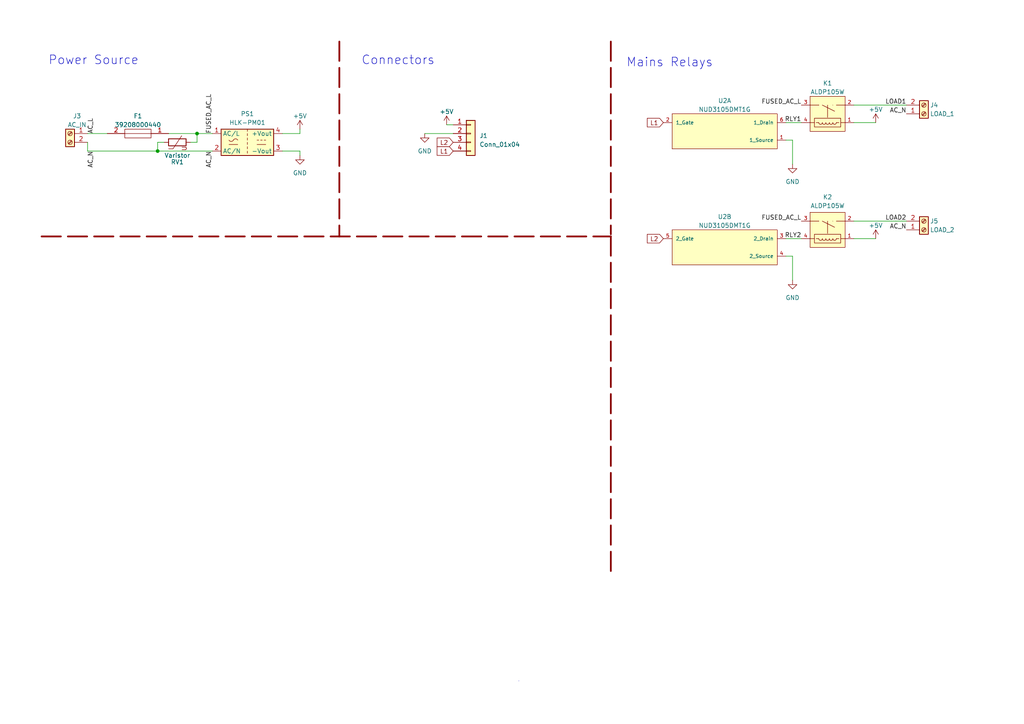
<source format=kicad_sch>
(kicad_sch (version 20210406) (generator eeschema)

  (uuid dcfb3f3d-2615-405e-b351-a32ac4e0bf3e)

  (paper "A4")

  (lib_symbols
    (symbol "Connector:Screw_Terminal_01x02" (pin_names (offset 1.016) hide) (in_bom yes) (on_board yes)
      (property "Reference" "J" (id 0) (at 0 2.54 0)
        (effects (font (size 1.27 1.27)))
      )
      (property "Value" "Screw_Terminal_01x02" (id 1) (at 0 -5.08 0)
        (effects (font (size 1.27 1.27)))
      )
      (property "Footprint" "" (id 2) (at 0 0 0)
        (effects (font (size 1.27 1.27)) hide)
      )
      (property "Datasheet" "~" (id 3) (at 0 0 0)
        (effects (font (size 1.27 1.27)) hide)
      )
      (property "ki_keywords" "screw terminal" (id 4) (at 0 0 0)
        (effects (font (size 1.27 1.27)) hide)
      )
      (property "ki_description" "Generic screw terminal, single row, 01x02, script generated (kicad-library-utils/schlib/autogen/connector/)" (id 5) (at 0 0 0)
        (effects (font (size 1.27 1.27)) hide)
      )
      (property "ki_fp_filters" "TerminalBlock*:*" (id 6) (at 0 0 0)
        (effects (font (size 1.27 1.27)) hide)
      )
      (symbol "Screw_Terminal_01x02_1_1"
        (circle (center 0 -2.54) (radius 0.635) (stroke (width 0.1524)) (fill (type none)))
        (circle (center 0 0) (radius 0.635) (stroke (width 0.1524)) (fill (type none)))
        (rectangle (start -1.27 1.27) (end 1.27 -3.81)
          (stroke (width 0.254)) (fill (type background))
        )
        (polyline
          (pts
            (xy -0.5334 -2.2098)
            (xy 0.3302 -3.048)
          )
          (stroke (width 0.1524)) (fill (type none))
        )
        (polyline
          (pts
            (xy -0.5334 0.3302)
            (xy 0.3302 -0.508)
          )
          (stroke (width 0.1524)) (fill (type none))
        )
        (polyline
          (pts
            (xy -0.3556 -2.032)
            (xy 0.508 -2.8702)
          )
          (stroke (width 0.1524)) (fill (type none))
        )
        (polyline
          (pts
            (xy -0.3556 0.508)
            (xy 0.508 -0.3302)
          )
          (stroke (width 0.1524)) (fill (type none))
        )
        (pin passive line (at -5.08 0 0) (length 3.81)
          (name "Pin_1" (effects (font (size 1.27 1.27))))
          (number "1" (effects (font (size 1.27 1.27))))
        )
        (pin passive line (at -5.08 -2.54 0) (length 3.81)
          (name "Pin_2" (effects (font (size 1.27 1.27))))
          (number "2" (effects (font (size 1.27 1.27))))
        )
      )
    )
    (symbol "Connector_Generic:Conn_01x04" (pin_names (offset 1.016) hide) (in_bom yes) (on_board yes)
      (property "Reference" "J" (id 0) (at 0 5.08 0)
        (effects (font (size 1.27 1.27)))
      )
      (property "Value" "Conn_01x04" (id 1) (at 0 -7.62 0)
        (effects (font (size 1.27 1.27)))
      )
      (property "Footprint" "" (id 2) (at 0 0 0)
        (effects (font (size 1.27 1.27)) hide)
      )
      (property "Datasheet" "~" (id 3) (at 0 0 0)
        (effects (font (size 1.27 1.27)) hide)
      )
      (property "ki_keywords" "connector" (id 4) (at 0 0 0)
        (effects (font (size 1.27 1.27)) hide)
      )
      (property "ki_description" "Generic connector, single row, 01x04, script generated (kicad-library-utils/schlib/autogen/connector/)" (id 5) (at 0 0 0)
        (effects (font (size 1.27 1.27)) hide)
      )
      (property "ki_fp_filters" "Connector*:*_1x??_*" (id 6) (at 0 0 0)
        (effects (font (size 1.27 1.27)) hide)
      )
      (symbol "Conn_01x04_1_1"
        (rectangle (start -1.27 -4.953) (end 0 -5.207)
          (stroke (width 0.1524)) (fill (type none))
        )
        (rectangle (start -1.27 -2.413) (end 0 -2.667)
          (stroke (width 0.1524)) (fill (type none))
        )
        (rectangle (start -1.27 0.127) (end 0 -0.127)
          (stroke (width 0.1524)) (fill (type none))
        )
        (rectangle (start -1.27 2.667) (end 0 2.413)
          (stroke (width 0.1524)) (fill (type none))
        )
        (rectangle (start -1.27 3.81) (end 1.27 -6.35)
          (stroke (width 0.254)) (fill (type background))
        )
        (pin passive line (at -5.08 2.54 0) (length 3.81)
          (name "Pin_1" (effects (font (size 1.27 1.27))))
          (number "1" (effects (font (size 1.27 1.27))))
        )
        (pin passive line (at -5.08 0 0) (length 3.81)
          (name "Pin_2" (effects (font (size 1.27 1.27))))
          (number "2" (effects (font (size 1.27 1.27))))
        )
        (pin passive line (at -5.08 -2.54 0) (length 3.81)
          (name "Pin_3" (effects (font (size 1.27 1.27))))
          (number "3" (effects (font (size 1.27 1.27))))
        )
        (pin passive line (at -5.08 -5.08 0) (length 3.81)
          (name "Pin_4" (effects (font (size 1.27 1.27))))
          (number "4" (effects (font (size 1.27 1.27))))
        )
      )
    )
    (symbol "Converter_ACDC:HLK-PM01" (in_bom yes) (on_board yes)
      (property "Reference" "PS1" (id 0) (at 0 8.255 0)
        (effects (font (size 1.27 1.27)))
      )
      (property "Value" "HLK-PM01" (id 1) (at 0 5.715 0)
        (effects (font (size 1.27 1.27)))
      )
      (property "Footprint" "Converter_ACDC:Converter_ACDC_HiLink_HLK-PMxx" (id 2) (at 0 -7.62 0)
        (effects (font (size 1.27 1.27)) hide)
      )
      (property "Datasheet" "http://www.hlktech.net/product_detail.php?ProId=54" (id 3) (at 10.16 -8.89 0)
        (effects (font (size 1.27 1.27)) hide)
      )
      (property "ki_keywords" "AC/DC module power supply" (id 4) (at 0 0 0)
        (effects (font (size 1.27 1.27)) hide)
      )
      (property "ki_description" "Compact AC/DC board mount power module 3W 5V" (id 5) (at 0 0 0)
        (effects (font (size 1.27 1.27)) hide)
      )
      (property "ki_fp_filters" "Converter*ACDC*HiLink*HLK?PM*" (id 6) (at 0 0 0)
        (effects (font (size 1.27 1.27)) hide)
      )
      (symbol "HLK-PM01_0_1"
        (arc (start -5.334 0.635) (end -4.064 0.635) (radius (at -4.699 0.9652) (length 0.7112) (angles -152.5 -27.5))
          (stroke (width 0)) (fill (type none))
        )
        (arc (start -2.794 0.635) (end -4.064 0.635) (radius (at -3.429 0.2794) (length 0.7366) (angles 29.2 150.8))
          (stroke (width 0)) (fill (type none))
        )
        (rectangle (start -7.62 3.81) (end 7.62 -3.81)
          (stroke (width 0.254)) (fill (type background))
        )
        (polyline
          (pts
            (xy -5.334 -0.635)
            (xy -2.794 -0.635)
          )
          (stroke (width 0)) (fill (type none))
        )
        (polyline
          (pts
            (xy 0 -2.54)
            (xy 0 -3.175)
          )
          (stroke (width 0)) (fill (type none))
        )
        (polyline
          (pts
            (xy 0 -1.27)
            (xy 0 -1.905)
          )
          (stroke (width 0)) (fill (type none))
        )
        (polyline
          (pts
            (xy 0 0)
            (xy 0 -0.635)
          )
          (stroke (width 0)) (fill (type none))
        )
        (polyline
          (pts
            (xy 0 1.27)
            (xy 0 0.635)
          )
          (stroke (width 0)) (fill (type none))
        )
        (polyline
          (pts
            (xy 0 2.54)
            (xy 0 1.905)
          )
          (stroke (width 0)) (fill (type none))
        )
        (polyline
          (pts
            (xy 0 3.81)
            (xy 0 3.175)
          )
          (stroke (width 0)) (fill (type none))
        )
        (polyline
          (pts
            (xy 2.794 -0.635)
            (xy 5.334 -0.635)
          )
          (stroke (width 0)) (fill (type none))
        )
        (polyline
          (pts
            (xy 2.794 0.635)
            (xy 3.302 0.635)
          )
          (stroke (width 0)) (fill (type none))
        )
        (polyline
          (pts
            (xy 3.81 0.635)
            (xy 4.318 0.635)
          )
          (stroke (width 0)) (fill (type none))
        )
        (polyline
          (pts
            (xy 4.826 0.635)
            (xy 5.334 0.635)
          )
          (stroke (width 0)) (fill (type none))
        )
      )
      (symbol "HLK-PM01_1_1"
        (pin power_in line (at -10.16 2.54 0) (length 2.54)
          (name "AC/L" (effects (font (size 1.27 1.27))))
          (number "1" (effects (font (size 1.27 1.27))))
        )
        (pin power_in line (at -10.16 -2.54 0) (length 2.54)
          (name "AC/N" (effects (font (size 1.27 1.27))))
          (number "2" (effects (font (size 1.27 1.27))))
        )
        (pin passive line (at 10.16 -2.54 180) (length 2.54)
          (name "-Vout" (effects (font (size 1.27 1.27))))
          (number "3" (effects (font (size 1.27 1.27))))
        )
        (pin power_out line (at 10.16 2.54 180) (length 2.54)
          (name "+Vout" (effects (font (size 1.27 1.27))))
          (number "4" (effects (font (size 1.27 1.27))))
        )
      )
    )
    (symbol "Device:Varistor" (pin_numbers hide) (pin_names (offset 0)) (in_bom yes) (on_board yes)
      (property "Reference" "RV" (id 0) (at 3.175 0 90)
        (effects (font (size 1.27 1.27)))
      )
      (property "Value" "Varistor" (id 1) (at -3.175 0 90)
        (effects (font (size 1.27 1.27)))
      )
      (property "Footprint" "" (id 2) (at -1.778 0 90)
        (effects (font (size 1.27 1.27)) hide)
      )
      (property "Datasheet" "~" (id 3) (at 0 0 0)
        (effects (font (size 1.27 1.27)) hide)
      )
      (property "ki_keywords" "VDR resistance" (id 4) (at 0 0 0)
        (effects (font (size 1.27 1.27)) hide)
      )
      (property "ki_description" "Voltage dependent resistor" (id 5) (at 0 0 0)
        (effects (font (size 1.27 1.27)) hide)
      )
      (property "ki_fp_filters" "RV_* Varistor*" (id 6) (at 0 0 0)
        (effects (font (size 1.27 1.27)) hide)
      )
      (symbol "Varistor_0_0"
        (text "U" (at -1.778 -2.032 0)
          (effects (font (size 1.27 1.27)))
        )
      )
      (symbol "Varistor_0_1"
        (rectangle (start -1.016 -2.54) (end 1.016 2.54)
          (stroke (width 0.254)) (fill (type none))
        )
        (polyline
          (pts
            (xy -1.905 2.54)
            (xy -1.905 1.27)
            (xy 1.905 -1.27)
          )
          (stroke (width 0)) (fill (type none))
        )
      )
      (symbol "Varistor_1_1"
        (pin passive line (at 0 3.81 270) (length 1.27)
          (name "~" (effects (font (size 1.27 1.27))))
          (number "1" (effects (font (size 1.27 1.27))))
        )
        (pin passive line (at 0 -3.81 90) (length 1.27)
          (name "~" (effects (font (size 1.27 1.27))))
          (number "2" (effects (font (size 1.27 1.27))))
        )
      )
    )
    (symbol "Reptile_Monitor:ALDP105W" (pin_names (offset 1.016)) (in_bom yes) (on_board yes)
      (property "Reference" "K" (id 0) (at 0 5.08 0)
        (effects (font (size 1.27 1.27)) (justify left))
      )
      (property "Value" "ALDP105W" (id 1) (at 0 7.62 0)
        (effects (font (size 1.27 1.27)) (justify left))
      )
      (property "Footprint" "Panasonic-ALDP105W-*" (id 2) (at 0 10.16 0)
        (effects (font (size 1.27 1.27)) (justify left) hide)
      )
      (property "Datasheet" "http://www3.panasonic.biz/ac/e_download/control/relay/power/catalog/mech_eng_ldp.pdf?f_cd=300242" (id 3) (at 0 12.7 0)
        (effects (font (size 1.27 1.27)) (justify left) hide)
      )
      (property "Coil Voltage" "5 V" (id 4) (at 0 15.24 0)
        (effects (font (size 1.27 1.27)) (justify left) hide)
      )
      (property "Component Link 1 Description" "Manufacturer URL" (id 5) (at 0 17.78 0)
        (effects (font (size 1.27 1.27)) (justify left) hide)
      )
      (property "Component Link 1 URL" "http://www3.panasonic.biz/ac/ae/index.jsp" (id 6) (at 0 20.32 0)
        (effects (font (size 1.27 1.27)) (justify left) hide)
      )
      (property "Component Link 3 Description" "Package Specification" (id 7) (at 0 22.86 0)
        (effects (font (size 1.27 1.27)) (justify left) hide)
      )
      (property "Component Link 3 URL" "http://www3.panasonic.biz/ac/e_download/control/relay/power/catalog/mech_eng_ldp.pdf?f_cd=300242" (id 8) (at 0 25.4 0)
        (effects (font (size 1.27 1.27)) (justify left) hide)
      )
      (property "Datasheet Version" "201402-T" (id 9) (at 0 27.94 0)
        (effects (font (size 1.27 1.27)) (justify left) hide)
      )
      (property "Electrical Life" "2x10^5" (id 10) (at 0 30.48 0)
        (effects (font (size 1.27 1.27)) (justify left) hide)
      )
      (property "Max Switching Current" "5 A AC, 3 A DC" (id 11) (at 0 33.02 0)
        (effects (font (size 1.27 1.27)) (justify left) hide)
      )
      (property "Max Switching Voltage" "277 V AC, 30 V DC" (id 12) (at 0 35.56 0)
        (effects (font (size 1.27 1.27)) (justify left) hide)
      )
      (property "Mechanical LifeMinoperation" "5x10^6" (id 13) (at 0 38.1 0)
        (effects (font (size 1.27 1.27)) (justify left) hide)
      )
      (property "Mounting Technology" "Through Hole" (id 14) (at 0 40.64 0)
        (effects (font (size 1.27 1.27)) (justify left) hide)
      )
      (property "Nominal Operating Power" "200 mW" (id 15) (at 0 43.18 0)
        (effects (font (size 1.27 1.27)) (justify left) hide)
      )
      (property "Package Description" "4-Pin Through Hole Terminal Package, Body 20.5 x 7.2 mm" (id 16) (at 0 45.72 0)
        (effects (font (size 1.27 1.27)) (justify left) hide)
      )
      (property "Package Version" "ASCTB193E, 02/2014" (id 17) (at 0 48.26 0)
        (effects (font (size 1.27 1.27)) (justify left) hide)
      )
      (property "Packing" "Carton, Case" (id 18) (at 0 50.8 0)
        (effects (font (size 1.27 1.27)) (justify left) hide)
      )
      (property "Pb  Free" "true" (id 19) (at 0 53.34 0)
        (effects (font (size 1.27 1.27)) (justify left) hide)
      )
      (property "Series" "LD-P Relays" (id 20) (at 0 55.88 0)
        (effects (font (size 1.27 1.27)) (justify left) hide)
      )
      (property "category" "Relay" (id 21) (at 0 58.42 0)
        (effects (font (size 1.27 1.27)) (justify left) hide)
      )
      (property "ciiva ids" "4356012" (id 22) (at 0 60.96 0)
        (effects (font (size 1.27 1.27)) (justify left) hide)
      )
      (property "library id" "54a375f99aeb0b2c" (id 23) (at 0 63.5 0)
        (effects (font (size 1.27 1.27)) (justify left) hide)
      )
      (property "manufacturer" "Panasonic" (id 24) (at 0 66.04 0)
        (effects (font (size 1.27 1.27)) (justify left) hide)
      )
      (property "package" "LD-P-4-2050x720x1530" (id 25) (at 0 68.58 0)
        (effects (font (size 1.27 1.27)) (justify left) hide)
      )
      (property "release date" "1421726836" (id 26) (at 0 71.12 0)
        (effects (font (size 1.27 1.27)) (justify left) hide)
      )
      (property "vault revision" "454ADD16-59C6-4D2E-B291-852216FCC6FE" (id 27) (at 0 73.66 0)
        (effects (font (size 1.27 1.27)) (justify left) hide)
      )
      (property "imported" "yes" (id 28) (at 0 76.2 0)
        (effects (font (size 1.27 1.27)) (justify left) hide)
      )
      (property "ki_locked" "" (id 29) (at 0 0 0)
        (effects (font (size 1.27 1.27)))
      )
      (symbol "ALDP105W_1_1"
        (arc (start 8.636 -5.08) (end 8.636 -5.08) (radius (at 8.128 -5.08) (length 0.508) (angles 0 0))
          (stroke (width 0)) (fill (type none))
        )
        (arc (start 8.636 0) (end 7.62 0) (radius (at 8.128 0) (length 0.508) (angles 0 179.9))
          (stroke (width 0)) (fill (type none))
        )
        (arc (start 9.652 0) (end 8.636 0) (radius (at 9.144 0) (length 0.508) (angles 0 179.9))
          (stroke (width 0)) (fill (type none))
        )
        (arc (start 10.668 0) (end 9.652 0) (radius (at 10.16 0) (length 0.508) (angles 0 179.9))
          (stroke (width 0)) (fill (type none))
        )
        (arc (start 11.684 0) (end 10.668 0) (radius (at 11.176 0) (length 0.508) (angles 0 179.9))
          (stroke (width 0)) (fill (type none))
        )
        (arc (start 12.7 -5.08) (end 12.7 -5.08) (radius (at 12.192 -5.08) (length 0.508) (angles 0 0))
          (stroke (width 0)) (fill (type none))
        )
        (arc (start 12.7 0) (end 11.684 0) (radius (at 12.192 0) (length 0.508) (angles 0 179.9))
          (stroke (width 0)) (fill (type none))
        )
        (rectangle (start 5.08 2.54) (end 15.24 -7.62)
          (stroke (width 0)) (fill (type background))
        )
        (rectangle (start 6.35 1.27) (end 13.97 -1.27)
          (stroke (width 0)) (fill (type background))
        )
        (polyline
          (pts
            (xy 5.08 0)
            (xy 6.35 0)
          )
          (stroke (width 0)) (fill (type none))
        )
        (polyline
          (pts
            (xy 6.858 0)
            (xy 7.62 0)
          )
          (stroke (width 0)) (fill (type none))
        )
        (polyline
          (pts
            (xy 7.62 -5.08)
            (xy 5.08 -5.08)
          )
          (stroke (width 0)) (fill (type none))
        )
        (polyline
          (pts
            (xy 8.128 -3.302)
            (xy 11.684 -5.08)
          )
          (stroke (width 0)) (fill (type none))
        )
        (polyline
          (pts
            (xy 10.16 -1.524)
            (xy 10.16 -5.08)
          )
          (stroke (width 0)) (fill (type none))
        )
        (polyline
          (pts
            (xy 12.7 -5.08)
            (xy 15.24 -5.08)
          )
          (stroke (width 0)) (fill (type none))
        )
        (polyline
          (pts
            (xy 12.7 0)
            (xy 13.462 0)
          )
          (stroke (width 0)) (fill (type none))
        )
        (polyline
          (pts
            (xy 13.97 0)
            (xy 15.24 0)
          )
          (stroke (width 0)) (fill (type none))
        )
        (pin passive line (at 2.54 0 0) (length 2.54)
          (name "1" (effects (font (size 0 0))))
          (number "1" (effects (font (size 1.016 1.016))))
        )
        (pin passive line (at 2.54 -5.08 0) (length 2.54)
          (name "NO" (effects (font (size 0 0))))
          (number "2" (effects (font (size 1.016 1.016))))
        )
        (pin passive line (at 17.78 -5.08 180) (length 2.54)
          (name "COM" (effects (font (size 0 0))))
          (number "3" (effects (font (size 1.016 1.016))))
        )
        (pin passive line (at 17.78 0 180) (length 2.54)
          (name "4" (effects (font (size 0 0))))
          (number "4" (effects (font (size 1.016 1.016))))
        )
      )
    )
    (symbol "Reptile_Monitor:NUD3105DMT1G" (pin_names (offset 1.016)) (in_bom yes) (on_board yes)
      (property "Reference" "U" (id 0) (at 0 5.08 0)
        (effects (font (size 1.27 1.27)) (justify left))
      )
      (property "Value" "NUD3105DMT1G" (id 1) (at 0 7.62 0)
        (effects (font (size 1.27 1.27)) (justify left))
      )
      (property "Footprint" "ON_Semi-318F-0-0-*" (id 2) (at 0 10.16 0)
        (effects (font (size 1.27 1.27)) (justify left) hide)
      )
      (property "Datasheet" "http://www.onsemi.com/pub_link/Collateral/NUD3105D-D.PDF" (id 3) (at 0 12.7 0)
        (effects (font (size 1.27 1.27)) (justify left) hide)
      )
      (property "Current - Output (Max)" "300mA" (id 4) (at 0 15.24 0)
        (effects (font (size 1.27 1.27)) (justify left) hide)
      )
      (property "Voltage - Load" "6V (Max)" (id 5) (at 0 17.78 0)
        (effects (font (size 1.27 1.27)) (justify left) hide)
      )
      (property "category" "IC" (id 6) (at 0 20.32 0)
        (effects (font (size 1.27 1.27)) (justify left) hide)
      )
      (property "digikey description" "IC INDCT LOAD DRVR DUAL SC74-6" (id 7) (at 0 22.86 0)
        (effects (font (size 1.27 1.27)) (justify left) hide)
      )
      (property "digikey part number" "NUD3105DMT1GOSCT-ND" (id 8) (at 0 25.4 0)
        (effects (font (size 1.27 1.27)) (justify left) hide)
      )
      (property "lead free" "yes" (id 9) (at 0 27.94 0)
        (effects (font (size 1.27 1.27)) (justify left) hide)
      )
      (property "library id" "2e5d76ba3a90d6c9" (id 10) (at 0 30.48 0)
        (effects (font (size 1.27 1.27)) (justify left) hide)
      )
      (property "manufacturer" "ON Semi" (id 11) (at 0 33.02 0)
        (effects (font (size 1.27 1.27)) (justify left) hide)
      )
      (property "mouser part number" "863-NUD3105DMT1G" (id 12) (at 0 35.56 0)
        (effects (font (size 1.27 1.27)) (justify left) hide)
      )
      (property "package" "SC-74-6" (id 13) (at 0 38.1 0)
        (effects (font (size 1.27 1.27)) (justify left) hide)
      )
      (property "rohs" "yes" (id 14) (at 0 40.64 0)
        (effects (font (size 1.27 1.27)) (justify left) hide)
      )
      (property "temperature range high" "+85°C" (id 15) (at 0 43.18 0)
        (effects (font (size 1.27 1.27)) (justify left) hide)
      )
      (property "temperature range low" "-40°C" (id 16) (at 0 45.72 0)
        (effects (font (size 1.27 1.27)) (justify left) hide)
      )
      (property "voltage" "6V" (id 17) (at 0 48.26 0)
        (effects (font (size 1.27 1.27)) (justify left) hide)
      )
      (property "ki_locked" "" (id 18) (at 0 0 0)
        (effects (font (size 1.27 1.27)))
      )
      (symbol "NUD3105DMT1G_1_1"
        (rectangle (start 5.08 2.54) (end 35.56 -7.62)
          (stroke (width 0)) (fill (type background))
        )
        (pin unspecified line (at 38.1 -5.08 180) (length 2.54)
          (name "1_Source" (effects (font (size 1.016 1.016))))
          (number "1" (effects (font (size 1.016 1.016))))
        )
        (pin unspecified line (at 2.54 0 0) (length 2.54)
          (name "1_Gate" (effects (font (size 1.016 1.016))))
          (number "2" (effects (font (size 1.016 1.016))))
        )
        (pin unspecified line (at 38.1 0 180) (length 2.54)
          (name "1_Drain" (effects (font (size 1.016 1.016))))
          (number "6" (effects (font (size 1.016 1.016))))
        )
      )
      (symbol "NUD3105DMT1G_2_1"
        (rectangle (start 5.08 2.54) (end 35.56 -7.62)
          (stroke (width 0)) (fill (type background))
        )
        (pin unspecified line (at 38.1 0 180) (length 2.54)
          (name "2_Drain" (effects (font (size 1.016 1.016))))
          (number "3" (effects (font (size 1.016 1.016))))
        )
        (pin unspecified line (at 38.1 -5.08 180) (length 2.54)
          (name "2_Source" (effects (font (size 1.016 1.016))))
          (number "4" (effects (font (size 1.016 1.016))))
        )
        (pin unspecified line (at 2.54 0 0) (length 2.54)
          (name "2_Gate" (effects (font (size 1.016 1.016))))
          (number "5" (effects (font (size 1.016 1.016))))
        )
      )
    )
    (symbol "SamacSys_Parts:39215000000" (pin_names (offset 0.762)) (in_bom yes) (on_board yes)
      (property "Reference" "F" (id 0) (at 13.97 6.35 0)
        (effects (font (size 1.27 1.27)) (justify left))
      )
      (property "Value" "39215000000" (id 1) (at 13.97 3.81 0)
        (effects (font (size 1.27 1.27)) (justify left))
      )
      (property "Footprint" "TO508P400X850X850-2P" (id 2) (at 13.97 1.27 0)
        (effects (font (size 1.27 1.27)) (justify left) hide)
      )
      (property "Datasheet" "https://componentsearchengine.com/Datasheets/1/39215000000.pdf" (id 3) (at 13.97 -1.27 0)
        (effects (font (size 1.27 1.27)) (justify left) hide)
      )
      (property "Description" "Fuses with Leads (Through Hole) 250V 5A IEC TL TE5" (id 4) (at 13.97 -3.81 0)
        (effects (font (size 1.27 1.27)) (justify left) hide)
      )
      (property "Height" "4" (id 5) (at 13.97 -6.35 0)
        (effects (font (size 1.27 1.27)) (justify left) hide)
      )
      (property "Mouser Part Number" "576-39215000000" (id 6) (at 13.97 -8.89 0)
        (effects (font (size 1.27 1.27)) (justify left) hide)
      )
      (property "Mouser Price/Stock" "https://www.mouser.com/Search/Refine.aspx?Keyword=576-39215000000" (id 7) (at 13.97 -11.43 0)
        (effects (font (size 1.27 1.27)) (justify left) hide)
      )
      (property "Manufacturer_Name" "LITTELFUSE" (id 8) (at 13.97 -13.97 0)
        (effects (font (size 1.27 1.27)) (justify left) hide)
      )
      (property "Manufacturer_Part_Number" "39215000000" (id 9) (at 13.97 -16.51 0)
        (effects (font (size 1.27 1.27)) (justify left) hide)
      )
      (property "ki_description" "Fuses with Leads (Through Hole) 250V 5A IEC TL TE5" (id 10) (at 0 0 0)
        (effects (font (size 1.27 1.27)) hide)
      )
      (symbol "39215000000_0_0"
        (pin passive line (at 0 0 0) (length 5.08)
          (name "~" (effects (font (size 1.27 1.27))))
          (number "1" (effects (font (size 1.27 1.27))))
        )
        (pin passive line (at 17.78 0 180) (length 5.08)
          (name "~" (effects (font (size 1.27 1.27))))
          (number "2" (effects (font (size 1.27 1.27))))
        )
      )
      (symbol "39215000000_0_1"
        (polyline
          (pts
            (xy 5.08 0)
            (xy 12.7 0)
          )
          (stroke (width 0.1524)) (fill (type none))
        )
        (polyline
          (pts
            (xy 5.08 1.27)
            (xy 12.7 1.27)
            (xy 12.7 -1.27)
            (xy 5.08 -1.27)
            (xy 5.08 1.27)
          )
          (stroke (width 0.1524)) (fill (type none))
        )
      )
    )
    (symbol "power:+5V" (power) (pin_names (offset 0)) (in_bom yes) (on_board yes)
      (property "Reference" "#PWR" (id 0) (at 0 -3.81 0)
        (effects (font (size 1.27 1.27)) hide)
      )
      (property "Value" "+5V" (id 1) (at 0 3.556 0)
        (effects (font (size 1.27 1.27)))
      )
      (property "Footprint" "" (id 2) (at 0 0 0)
        (effects (font (size 1.27 1.27)) hide)
      )
      (property "Datasheet" "" (id 3) (at 0 0 0)
        (effects (font (size 1.27 1.27)) hide)
      )
      (property "ki_keywords" "power-flag" (id 4) (at 0 0 0)
        (effects (font (size 1.27 1.27)) hide)
      )
      (property "ki_description" "Power symbol creates a global label with name \"+5V\"" (id 5) (at 0 0 0)
        (effects (font (size 1.27 1.27)) hide)
      )
      (symbol "+5V_0_1"
        (polyline
          (pts
            (xy -0.762 1.27)
            (xy 0 2.54)
          )
          (stroke (width 0)) (fill (type none))
        )
        (polyline
          (pts
            (xy 0 0)
            (xy 0 2.54)
          )
          (stroke (width 0)) (fill (type none))
        )
        (polyline
          (pts
            (xy 0 2.54)
            (xy 0.762 1.27)
          )
          (stroke (width 0)) (fill (type none))
        )
      )
      (symbol "+5V_1_1"
        (pin power_in line (at 0 0 90) (length 0) hide
          (name "+5V" (effects (font (size 1.27 1.27))))
          (number "1" (effects (font (size 1.27 1.27))))
        )
      )
    )
    (symbol "power:GND" (power) (pin_names (offset 0)) (in_bom yes) (on_board yes)
      (property "Reference" "#PWR" (id 0) (at 0 -6.35 0)
        (effects (font (size 1.27 1.27)) hide)
      )
      (property "Value" "GND" (id 1) (at 0 -3.81 0)
        (effects (font (size 1.27 1.27)))
      )
      (property "Footprint" "" (id 2) (at 0 0 0)
        (effects (font (size 1.27 1.27)) hide)
      )
      (property "Datasheet" "" (id 3) (at 0 0 0)
        (effects (font (size 1.27 1.27)) hide)
      )
      (property "ki_keywords" "power-flag" (id 4) (at 0 0 0)
        (effects (font (size 1.27 1.27)) hide)
      )
      (property "ki_description" "Power symbol creates a global label with name \"GND\" , ground" (id 5) (at 0 0 0)
        (effects (font (size 1.27 1.27)) hide)
      )
      (symbol "GND_0_1"
        (polyline
          (pts
            (xy 0 0)
            (xy 0 -1.27)
            (xy 1.27 -1.27)
            (xy 0 -2.54)
            (xy -1.27 -1.27)
            (xy 0 -1.27)
          )
          (stroke (width 0)) (fill (type none))
        )
      )
      (symbol "GND_1_1"
        (pin power_in line (at 0 0 270) (length 0) hide
          (name "GND" (effects (font (size 1.27 1.27))))
          (number "1" (effects (font (size 1.27 1.27))))
        )
      )
    )
  )

  (junction (at 45.72 43.815) (diameter 0.9144) (color 0 0 0 0))
  (junction (at 57.15 38.735) (diameter 0.9144) (color 0 0 0 0))

  (wire (pts (xy 25.4 38.735) (xy 31.115 38.735))
    (stroke (width 0) (type solid) (color 0 0 0 0))
    (uuid a4053810-b75f-4320-8041-359db6308ba4)
  )
  (wire (pts (xy 25.4 41.275) (xy 25.4 43.815))
    (stroke (width 0) (type solid) (color 0 0 0 0))
    (uuid e0cfd5ea-e37e-4c75-865f-cc584169f4d6)
  )
  (wire (pts (xy 25.4 43.815) (xy 45.72 43.815))
    (stroke (width 0) (type solid) (color 0 0 0 0))
    (uuid 2480b141-3747-43d9-ab6a-dcb2e8c0c6d9)
  )
  (wire (pts (xy 45.72 41.275) (xy 45.72 43.815))
    (stroke (width 0) (type solid) (color 0 0 0 0))
    (uuid 0a392175-39d1-4118-b755-5865735dae10)
  )
  (wire (pts (xy 45.72 43.815) (xy 61.595 43.815))
    (stroke (width 0) (type solid) (color 0 0 0 0))
    (uuid 2480b141-3747-43d9-ab6a-dcb2e8c0c6d9)
  )
  (wire (pts (xy 47.625 41.275) (xy 45.72 41.275))
    (stroke (width 0) (type solid) (color 0 0 0 0))
    (uuid fa95d225-02f7-45f6-a1ff-ce116a63e361)
  )
  (wire (pts (xy 48.895 38.735) (xy 57.15 38.735))
    (stroke (width 0) (type solid) (color 0 0 0 0))
    (uuid 106e96fd-ddda-46a2-a195-f70a09a85575)
  )
  (wire (pts (xy 57.15 38.735) (xy 57.15 41.275))
    (stroke (width 0) (type solid) (color 0 0 0 0))
    (uuid 311c4fa9-97f1-4fcc-ab77-1765bd6b2079)
  )
  (wire (pts (xy 57.15 38.735) (xy 61.595 38.735))
    (stroke (width 0) (type solid) (color 0 0 0 0))
    (uuid a4053810-b75f-4320-8041-359db6308ba4)
  )
  (wire (pts (xy 57.15 41.275) (xy 55.245 41.275))
    (stroke (width 0) (type solid) (color 0 0 0 0))
    (uuid 2298bf99-0603-4331-aa9b-eb6ec7c67923)
  )
  (wire (pts (xy 81.915 38.735) (xy 86.995 38.735))
    (stroke (width 0) (type solid) (color 0 0 0 0))
    (uuid 525f7549-4815-4cfe-9704-2dd9d2ef6726)
  )
  (wire (pts (xy 81.915 43.815) (xy 86.995 43.815))
    (stroke (width 0) (type solid) (color 0 0 0 0))
    (uuid e188d0f0-155e-4c09-9904-8a5d8755f964)
  )
  (wire (pts (xy 86.995 37.465) (xy 86.995 38.735))
    (stroke (width 0) (type solid) (color 0 0 0 0))
    (uuid 1193594f-3391-4901-a855-17ee0d4d1449)
  )
  (wire (pts (xy 86.995 43.815) (xy 86.995 45.085))
    (stroke (width 0) (type solid) (color 0 0 0 0))
    (uuid 19e0705e-051a-4c6d-9b2b-ae31a9f97eb0)
  )
  (wire (pts (xy 123.19 38.735) (xy 131.445 38.735))
    (stroke (width 0) (type solid) (color 0 0 0 0))
    (uuid 25a05b70-0baf-4c91-bfe3-185376f06cb6)
  )
  (wire (pts (xy 129.54 36.195) (xy 131.445 36.195))
    (stroke (width 0) (type solid) (color 0 0 0 0))
    (uuid db08feb7-1cdd-48ba-9d04-14aa2302f727)
  )
  (wire (pts (xy 227.965 35.56) (xy 232.41 35.56))
    (stroke (width 0) (type solid) (color 0 0 0 0))
    (uuid 76b7d5a5-31a2-4de1-8fcc-7eed3fe6d206)
  )
  (wire (pts (xy 227.965 40.64) (xy 229.87 40.64))
    (stroke (width 0) (type solid) (color 0 0 0 0))
    (uuid 949b242d-4671-46f2-899b-5177deee0a42)
  )
  (wire (pts (xy 227.965 69.215) (xy 232.41 69.215))
    (stroke (width 0) (type solid) (color 0 0 0 0))
    (uuid 95237534-49ad-4f20-b274-07525a57f964)
  )
  (wire (pts (xy 227.965 74.295) (xy 229.87 74.295))
    (stroke (width 0) (type solid) (color 0 0 0 0))
    (uuid 7a23e4f5-fb99-4a24-a753-aa966c050015)
  )
  (wire (pts (xy 229.87 40.64) (xy 229.87 47.625))
    (stroke (width 0) (type solid) (color 0 0 0 0))
    (uuid d0291434-a3af-4726-b322-f3836d47366f)
  )
  (wire (pts (xy 229.87 74.295) (xy 229.87 81.28))
    (stroke (width 0) (type solid) (color 0 0 0 0))
    (uuid 5fc149a7-e41b-454a-b18b-74e2498a4d8c)
  )
  (wire (pts (xy 247.65 30.48) (xy 262.89 30.48))
    (stroke (width 0) (type solid) (color 0 0 0 0))
    (uuid 26dac259-208c-45c6-82e5-0bc70311bada)
  )
  (wire (pts (xy 247.65 35.56) (xy 254 35.56))
    (stroke (width 0) (type solid) (color 0 0 0 0))
    (uuid 50635e3a-564e-4c24-95fe-b60dc11e6703)
  )
  (wire (pts (xy 247.65 64.135) (xy 262.89 64.135))
    (stroke (width 0) (type solid) (color 0 0 0 0))
    (uuid 48abf9d2-e20a-46ce-a5b6-4eb8441df733)
  )
  (wire (pts (xy 247.65 69.215) (xy 254 69.215))
    (stroke (width 0) (type solid) (color 0 0 0 0))
    (uuid 2b986a02-6eb3-4dbc-88c1-1ae714054b29)
  )
  (polyline (pts (xy 12.065 68.58) (xy 177.165 68.58))
    (stroke (width 0.508) (type dash) (color 132 0 0 1))
    (uuid e57a97b0-a4a5-44df-8f98-422e25e610ca)
  )
  (polyline (pts (xy 98.425 12.065) (xy 98.425 68.58))
    (stroke (width 0.508) (type dash) (color 132 0 0 1))
    (uuid 4699037b-ba60-4b54-ae49-0f0228cb6dc7)
  )
  (polyline (pts (xy 150.495 197.485) (xy 150.495 197.485))
    (stroke (width 0) (type dash) (color 0 0 0 0))
    (uuid c9edf9f6-899e-4d2e-abb7-c553a4d3fc23)
  )
  (polyline (pts (xy 177.165 12.065) (xy 177.165 67.945))
    (stroke (width 0.508) (type dash) (color 132 0 0 1))
    (uuid f729b2f0-d006-4928-97cd-d90fd63c7c8e)
  )
  (polyline (pts (xy 177.165 68.58) (xy 177.165 165.989))
    (stroke (width 0.508) (type dash) (color 132 0 0 1))
    (uuid 49e22a21-c9de-48d4-9b27-cbbbe9e8ee2d)
  )

  (text "Power Source" (at 13.97 19.05 0)
    (effects (font (size 2.54 2.54)) (justify left bottom))
    (uuid 1ac0838c-7f86-4db6-bdc5-22a9a6e10a64)
  )
  (text "Connectors" (at 104.775 19.05 0)
    (effects (font (size 2.54 2.54)) (justify left bottom))
    (uuid 245d9e8d-e67f-42c1-9916-99c6a51c3a36)
  )
  (text "Mains Relays" (at 181.61 19.685 0)
    (effects (font (size 2.54 2.54)) (justify left bottom))
    (uuid bdbd1ac4-2c64-40f0-ad5f-923666f5af3e)
  )

  (label "AC_L" (at 27.305 38.735 90)
    (effects (font (size 1.27 1.27)) (justify left bottom))
    (uuid 5d1c8ea8-5a87-459d-b5d0-565ad41c6562)
  )
  (label "AC_N" (at 27.305 43.815 270)
    (effects (font (size 1.27 1.27)) (justify right bottom))
    (uuid 6593b8f4-0748-4285-81c6-d28070e22d01)
  )
  (label "FUSED_AC_L" (at 61.595 38.735 90)
    (effects (font (size 1.27 1.27)) (justify left bottom))
    (uuid 44e8f9d1-f7f0-4e3a-ae1d-5299178a4f4d)
  )
  (label "AC_N" (at 61.595 43.815 270)
    (effects (font (size 1.27 1.27)) (justify right bottom))
    (uuid a9c1b683-f0ec-43b0-a1a2-28a454ad63d7)
  )
  (label "FUSED_AC_L" (at 232.41 30.48 180)
    (effects (font (size 1.27 1.27)) (justify right bottom))
    (uuid 1df3f1b6-8d29-40aa-a0d3-1854fb1315ff)
  )
  (label "RLY1" (at 232.41 35.56 180)
    (effects (font (size 1.27 1.27)) (justify right bottom))
    (uuid b49dca54-461e-4cc3-8513-dd1206e3ffa1)
  )
  (label "FUSED_AC_L" (at 232.41 64.135 180)
    (effects (font (size 1.27 1.27)) (justify right bottom))
    (uuid 9316da9c-774c-4f81-b75f-cf9e7c99faab)
  )
  (label "RLY2" (at 232.41 69.215 180)
    (effects (font (size 1.27 1.27)) (justify right bottom))
    (uuid 86e25469-47d4-4d02-a8fe-7f6ccc4be296)
  )
  (label "LOAD1" (at 262.89 30.48 180)
    (effects (font (size 1.27 1.27)) (justify right bottom))
    (uuid f83cd324-32a9-4069-8a87-247088fc724b)
  )
  (label "AC_N" (at 262.89 33.02 180)
    (effects (font (size 1.27 1.27)) (justify right bottom))
    (uuid bb5862b9-a9bc-4563-9a0f-e3ae4b3fa5b8)
  )
  (label "LOAD2" (at 262.89 64.135 180)
    (effects (font (size 1.27 1.27)) (justify right bottom))
    (uuid 8b73bcef-3f62-4744-9f1f-c603b32347a7)
  )
  (label "AC_N" (at 262.89 66.675 180)
    (effects (font (size 1.27 1.27)) (justify right bottom))
    (uuid aaa818c7-ae96-4aa5-b629-fab957df69a9)
  )

  (global_label "L2" (shape input) (at 131.445 41.275 180) (fields_autoplaced)
    (effects (font (size 1.27 1.27)) (justify right))
    (uuid f19fe93e-ea3a-4242-bf94-aebebd049e17)
    (property "Intersheet References" "${INTERSHEET_REFS}" (id 0) (at 126.7943 41.1956 0)
      (effects (font (size 1.27 1.27)) (justify right) hide)
    )
  )
  (global_label "L1" (shape input) (at 131.445 43.815 180) (fields_autoplaced)
    (effects (font (size 1.27 1.27)) (justify right))
    (uuid 05c81d28-2a78-42d8-888e-34b90ff2128e)
    (property "Intersheet References" "${INTERSHEET_REFS}" (id 0) (at 126.7943 43.7356 0)
      (effects (font (size 1.27 1.27)) (justify right) hide)
    )
  )
  (global_label "L1" (shape input) (at 192.405 35.56 180) (fields_autoplaced)
    (effects (font (size 1.27 1.27)) (justify right))
    (uuid 3d43333d-d548-4c5a-9d2c-67d4dfafd143)
    (property "Intersheet References" "${INTERSHEET_REFS}" (id 0) (at 187.7543 35.4806 0)
      (effects (font (size 1.27 1.27)) (justify right) hide)
    )
  )
  (global_label "L2" (shape input) (at 192.405 69.215 180) (fields_autoplaced)
    (effects (font (size 1.27 1.27)) (justify right))
    (uuid af90d318-7ede-4c1e-b1c3-19142dd91b71)
    (property "Intersheet References" "${INTERSHEET_REFS}" (id 0) (at 187.7543 69.1356 0)
      (effects (font (size 1.27 1.27)) (justify right) hide)
    )
  )

  (symbol (lib_id "power:+5V") (at 86.995 37.465 0) (unit 1)
    (in_bom yes) (on_board yes) (fields_autoplaced)
    (uuid 6c37d420-bf98-4d28-9e72-8d73da359465)
    (property "Reference" "#PWR05" (id 0) (at 86.995 41.275 0)
      (effects (font (size 1.27 1.27)) hide)
    )
    (property "Value" "+5V" (id 1) (at 86.995 33.655 0))
    (property "Footprint" "" (id 2) (at 86.995 37.465 0)
      (effects (font (size 1.27 1.27)) hide)
    )
    (property "Datasheet" "" (id 3) (at 86.995 37.465 0)
      (effects (font (size 1.27 1.27)) hide)
    )
    (pin "1" (uuid 914d8e5f-8dc2-4381-ad76-1318dfe23ce5))
  )

  (symbol (lib_id "power:+5V") (at 129.54 36.195 0) (unit 1)
    (in_bom yes) (on_board yes) (fields_autoplaced)
    (uuid 4dbe0cca-2255-4620-ac8d-bf17e1497e8b)
    (property "Reference" "#PWR01" (id 0) (at 129.54 40.005 0)
      (effects (font (size 1.27 1.27)) hide)
    )
    (property "Value" "+5V" (id 1) (at 129.54 32.385 0))
    (property "Footprint" "" (id 2) (at 129.54 36.195 0)
      (effects (font (size 1.27 1.27)) hide)
    )
    (property "Datasheet" "" (id 3) (at 129.54 36.195 0)
      (effects (font (size 1.27 1.27)) hide)
    )
    (pin "1" (uuid 89dc97bd-3b2a-42e2-9cd0-28fb2443b93b))
  )

  (symbol (lib_id "power:+5V") (at 254 35.56 0) (unit 1)
    (in_bom yes) (on_board yes) (fields_autoplaced)
    (uuid 1c1366f1-82b8-4ddd-bc69-a538dc9e7bd4)
    (property "Reference" "#PWR09" (id 0) (at 254 39.37 0)
      (effects (font (size 1.27 1.27)) hide)
    )
    (property "Value" "+5V" (id 1) (at 254 31.75 0))
    (property "Footprint" "" (id 2) (at 254 35.56 0)
      (effects (font (size 1.27 1.27)) hide)
    )
    (property "Datasheet" "" (id 3) (at 254 35.56 0)
      (effects (font (size 1.27 1.27)) hide)
    )
    (pin "1" (uuid 28c173d8-60a5-4aa4-801a-e1f9f23b61ac))
  )

  (symbol (lib_id "power:+5V") (at 254 69.215 0) (unit 1)
    (in_bom yes) (on_board yes) (fields_autoplaced)
    (uuid 1487108b-5650-4a46-9f49-ca5c8ecd8984)
    (property "Reference" "#PWR013" (id 0) (at 254 73.025 0)
      (effects (font (size 1.27 1.27)) hide)
    )
    (property "Value" "+5V" (id 1) (at 254 65.405 0))
    (property "Footprint" "" (id 2) (at 254 69.215 0)
      (effects (font (size 1.27 1.27)) hide)
    )
    (property "Datasheet" "" (id 3) (at 254 69.215 0)
      (effects (font (size 1.27 1.27)) hide)
    )
    (pin "1" (uuid 3357ba03-87ce-49e5-bfcc-18ad88f5e37e))
  )

  (symbol (lib_id "power:GND") (at 86.995 45.085 0) (unit 1)
    (in_bom yes) (on_board yes) (fields_autoplaced)
    (uuid 4df1849d-7c4f-477c-9a3a-4adf27dda605)
    (property "Reference" "#PWR06" (id 0) (at 86.995 51.435 0)
      (effects (font (size 1.27 1.27)) hide)
    )
    (property "Value" "GND" (id 1) (at 86.995 50.165 0))
    (property "Footprint" "" (id 2) (at 86.995 45.085 0)
      (effects (font (size 1.27 1.27)) hide)
    )
    (property "Datasheet" "" (id 3) (at 86.995 45.085 0)
      (effects (font (size 1.27 1.27)) hide)
    )
    (pin "1" (uuid a865298f-885f-4797-87e8-502c3e9b8691))
  )

  (symbol (lib_id "power:GND") (at 123.19 38.735 0) (unit 1)
    (in_bom yes) (on_board yes) (fields_autoplaced)
    (uuid 27dae32b-da27-4091-aeb4-aefe190bd098)
    (property "Reference" "#PWR08" (id 0) (at 123.19 45.085 0)
      (effects (font (size 1.27 1.27)) hide)
    )
    (property "Value" "GND" (id 1) (at 123.19 43.815 0))
    (property "Footprint" "" (id 2) (at 123.19 38.735 0)
      (effects (font (size 1.27 1.27)) hide)
    )
    (property "Datasheet" "" (id 3) (at 123.19 38.735 0)
      (effects (font (size 1.27 1.27)) hide)
    )
    (pin "1" (uuid a995ced5-eae1-4804-a148-f799fae6ac62))
  )

  (symbol (lib_id "power:GND") (at 229.87 47.625 0) (unit 1)
    (in_bom yes) (on_board yes) (fields_autoplaced)
    (uuid 2231b0a0-3940-4e49-ad84-5619b4d6ed30)
    (property "Reference" "#PWR011" (id 0) (at 229.87 53.975 0)
      (effects (font (size 1.27 1.27)) hide)
    )
    (property "Value" "GND" (id 1) (at 229.87 52.705 0))
    (property "Footprint" "" (id 2) (at 229.87 47.625 0)
      (effects (font (size 1.27 1.27)) hide)
    )
    (property "Datasheet" "" (id 3) (at 229.87 47.625 0)
      (effects (font (size 1.27 1.27)) hide)
    )
    (pin "1" (uuid b42fc44b-dac5-473d-b394-db3ed32a5af1))
  )

  (symbol (lib_id "power:GND") (at 229.87 81.28 0) (unit 1)
    (in_bom yes) (on_board yes) (fields_autoplaced)
    (uuid 539942cd-5379-4b1f-9e54-4983f93fa33d)
    (property "Reference" "#PWR016" (id 0) (at 229.87 87.63 0)
      (effects (font (size 1.27 1.27)) hide)
    )
    (property "Value" "GND" (id 1) (at 229.87 86.36 0))
    (property "Footprint" "" (id 2) (at 229.87 81.28 0)
      (effects (font (size 1.27 1.27)) hide)
    )
    (property "Datasheet" "" (id 3) (at 229.87 81.28 0)
      (effects (font (size 1.27 1.27)) hide)
    )
    (pin "1" (uuid feec99b7-ea04-43bc-a07c-f1cd059e31e3))
  )

  (symbol (lib_id "Connector:Screw_Terminal_01x02") (at 20.32 38.735 0) (mirror y) (unit 1)
    (in_bom yes) (on_board yes) (fields_autoplaced)
    (uuid 8bed1b8f-d9b6-4064-b9d7-4d3edb3a954f)
    (property "Reference" "J3" (id 0) (at 22.352 33.655 0))
    (property "Value" "AC_IN" (id 1) (at 22.352 36.195 0))
    (property "Footprint" "SamacSys_Parts:128340212" (id 2) (at 20.32 38.735 0)
      (effects (font (size 1.27 1.27)) hide)
    )
    (property "Datasheet" "~" (id 3) (at 20.32 38.735 0)
      (effects (font (size 1.27 1.27)) hide)
    )
    (pin "1" (uuid 44cc9740-ab1c-4528-a44b-131faa9b023e))
    (pin "2" (uuid 732b775a-d892-406e-b2a3-8b751cfb3616))
  )

  (symbol (lib_id "Connector:Screw_Terminal_01x02") (at 267.97 33.02 0) (mirror x) (unit 1)
    (in_bom yes) (on_board yes)
    (uuid 624d4615-09f9-4567-ab0d-77a25f6d8dfe)
    (property "Reference" "J4" (id 0) (at 269.748 30.48 0)
      (effects (font (size 1.27 1.27)) (justify left))
    )
    (property "Value" "LOAD_1" (id 1) (at 269.748 33.02 0)
      (effects (font (size 1.27 1.27)) (justify left))
    )
    (property "Footprint" "SamacSys_Parts:128340212" (id 2) (at 267.97 33.02 0)
      (effects (font (size 1.27 1.27)) hide)
    )
    (property "Datasheet" "~" (id 3) (at 267.97 33.02 0)
      (effects (font (size 1.27 1.27)) hide)
    )
    (pin "1" (uuid c448b4b0-e651-4acc-b1b8-724c85cc3380))
    (pin "2" (uuid 04d985c4-4fab-49b1-a62a-722f6158b492))
  )

  (symbol (lib_id "Connector:Screw_Terminal_01x02") (at 267.97 66.675 0) (mirror x) (unit 1)
    (in_bom yes) (on_board yes)
    (uuid 785cebc1-b4a8-4b5b-b520-254dc0756866)
    (property "Reference" "J5" (id 0) (at 269.748 64.135 0)
      (effects (font (size 1.27 1.27)) (justify left))
    )
    (property "Value" "LOAD_2" (id 1) (at 269.748 66.675 0)
      (effects (font (size 1.27 1.27)) (justify left))
    )
    (property "Footprint" "SamacSys_Parts:128340212" (id 2) (at 267.97 66.675 0)
      (effects (font (size 1.27 1.27)) hide)
    )
    (property "Datasheet" "~" (id 3) (at 267.97 66.675 0)
      (effects (font (size 1.27 1.27)) hide)
    )
    (pin "1" (uuid b3e1725e-a9cd-4600-9f40-ce5cbe4efadc))
    (pin "2" (uuid fa7cc2e9-06ee-4b75-91a9-a4c87963b3d0))
  )

  (symbol (lib_id "Device:Varistor") (at 51.435 41.275 90) (unit 1)
    (in_bom yes) (on_board yes)
    (uuid ef4d5848-e859-4b0b-84e6-129baf382720)
    (property "Reference" "RV1" (id 0) (at 51.435 46.99 90))
    (property "Value" "Varistor" (id 1) (at 51.435 45.085 90))
    (property "Footprint" "Varistor:RV_Disc_D7mm_W3.4mm_P5mm" (id 2) (at 51.435 43.053 90)
      (effects (font (size 1.27 1.27)) hide)
    )
    (property "Datasheet" "~" (id 3) (at 51.435 41.275 0)
      (effects (font (size 1.27 1.27)) hide)
    )
    (pin "1" (uuid d6f1a855-688c-4069-8c86-e4431b9584b3))
    (pin "2" (uuid 1a2b83e5-ab94-4a0d-9650-ee46bdf544f5))
  )

  (symbol (lib_id "SamacSys_Parts:39215000000") (at 48.895 38.735 0) (mirror y) (unit 1)
    (in_bom yes) (on_board yes) (fields_autoplaced)
    (uuid 044ce58f-61da-4582-9ad7-9108bd9a083c)
    (property "Reference" "F1" (id 0) (at 40.005 33.655 0))
    (property "Value" "39208000440" (id 1) (at 40.005 36.195 0))
    (property "Footprint" "SamacSys_Parts:TO508P400X850X850-2P" (id 2) (at 34.925 37.465 0)
      (effects (font (size 1.27 1.27)) (justify left) hide)
    )
    (property "Datasheet" "https://componentsearchengine.com/Datasheets/1/39215000440.pdf" (id 3) (at 34.925 40.005 0)
      (effects (font (size 1.27 1.27)) (justify left) hide)
    )
    (property "Description" "Fuses with Leads (Through Hole) 250V 5A IEC TL TE5" (id 4) (at 34.925 42.545 0)
      (effects (font (size 1.27 1.27)) (justify left) hide)
    )
    (property "Height" "4" (id 5) (at 34.925 45.085 0)
      (effects (font (size 1.27 1.27)) (justify left) hide)
    )
    (property "Mouser Part Number" "576-39208000440" (id 6) (at 34.925 47.625 0)
      (effects (font (size 1.27 1.27)) (justify left) hide)
    )
    (property "Mouser Price/Stock" "https://www.mouser.com/Search/Refine.aspx?Keyword=576-39215000000" (id 7) (at 34.925 50.165 0)
      (effects (font (size 1.27 1.27)) (justify left) hide)
    )
    (property "Manufacturer_Name" "LITTELFUSE" (id 8) (at 34.925 52.705 0)
      (effects (font (size 1.27 1.27)) (justify left) hide)
    )
    (property "Manufacturer_Part_Number" "39208000440" (id 9) (at 34.925 55.245 0)
      (effects (font (size 1.27 1.27)) (justify left) hide)
    )
    (pin "1" (uuid 10d702ff-2de4-4e91-8992-47c116b5074c))
    (pin "2" (uuid 7a86ebc2-6d0d-4bf7-82e1-8f4310ebd625))
  )

  (symbol (lib_id "Connector_Generic:Conn_01x04") (at 136.525 38.735 0) (unit 1)
    (in_bom yes) (on_board yes) (fields_autoplaced)
    (uuid 1b8fc00c-db71-437b-b800-3722af01a5cd)
    (property "Reference" "J1" (id 0) (at 139.065 39.3699 0)
      (effects (font (size 1.27 1.27)) (justify left))
    )
    (property "Value" "Conn_01x04" (id 1) (at 139.065 41.9099 0)
      (effects (font (size 1.27 1.27)) (justify left))
    )
    (property "Footprint" "Connector_PinHeader_2.54mm:PinHeader_1x04_P2.54mm_Vertical" (id 2) (at 136.525 38.735 0)
      (effects (font (size 1.27 1.27)) hide)
    )
    (property "Datasheet" "~" (id 3) (at 136.525 38.735 0)
      (effects (font (size 1.27 1.27)) hide)
    )
    (pin "1" (uuid 4be179f8-3a9a-4a6e-b74a-3d3fd7456b2d))
    (pin "2" (uuid 6ead8677-2780-4ad4-ac4e-867b601c76e7))
    (pin "3" (uuid 7d12f124-9937-4ac5-8bba-e11d0bb0ee99))
    (pin "4" (uuid f09f2c03-e6a6-4995-9eba-598525a1c254))
  )

  (symbol (lib_id "Reptile_Monitor:ALDP105W") (at 250.19 35.56 180) (unit 1)
    (in_bom yes) (on_board yes) (fields_autoplaced)
    (uuid 7fb2da76-1036-462d-a541-83d2ad337755)
    (property "Reference" "K1" (id 0) (at 240.03 24.13 0))
    (property "Value" "ALDP105W" (id 1) (at 240.03 26.67 0))
    (property "Footprint" "reptile-monitor:Panasonic-ALDP105W-Manufacturer_Recommended" (id 2) (at 250.19 45.72 0)
      (effects (font (size 1.27 1.27)) (justify left) hide)
    )
    (property "Datasheet" "http://www3.panasonic.biz/ac/e_download/control/relay/power/catalog/mech_eng_ldp.pdf?f_cd=300242" (id 3) (at 250.19 48.26 0)
      (effects (font (size 1.27 1.27)) (justify left) hide)
    )
    (property "Coil Voltage" "5 V" (id 4) (at 250.19 50.8 0)
      (effects (font (size 1.27 1.27)) (justify left) hide)
    )
    (property "Component Link 1 Description" "Manufacturer URL" (id 5) (at 250.19 53.34 0)
      (effects (font (size 1.27 1.27)) (justify left) hide)
    )
    (property "Component Link 1 URL" "http://www3.panasonic.biz/ac/ae/index.jsp" (id 6) (at 250.19 55.88 0)
      (effects (font (size 1.27 1.27)) (justify left) hide)
    )
    (property "Component Link 3 Description" "Package Specification" (id 7) (at 250.19 58.42 0)
      (effects (font (size 1.27 1.27)) (justify left) hide)
    )
    (property "Component Link 3 URL" "http://www3.panasonic.biz/ac/e_download/control/relay/power/catalog/mech_eng_ldp.pdf?f_cd=300242" (id 8) (at 250.19 60.96 0)
      (effects (font (size 1.27 1.27)) (justify left) hide)
    )
    (property "Datasheet Version" "201402-T" (id 9) (at 250.19 63.5 0)
      (effects (font (size 1.27 1.27)) (justify left) hide)
    )
    (property "Electrical Life" "2x10^5" (id 10) (at 250.19 66.04 0)
      (effects (font (size 1.27 1.27)) (justify left) hide)
    )
    (property "Max Switching Current" "5 A AC, 3 A DC" (id 11) (at 250.19 68.58 0)
      (effects (font (size 1.27 1.27)) (justify left) hide)
    )
    (property "Max Switching Voltage" "277 V AC, 30 V DC" (id 12) (at 250.19 71.12 0)
      (effects (font (size 1.27 1.27)) (justify left) hide)
    )
    (property "Mechanical LifeMinoperation" "5x10^6" (id 13) (at 250.19 73.66 0)
      (effects (font (size 1.27 1.27)) (justify left) hide)
    )
    (property "Mounting Technology" "Through Hole" (id 14) (at 250.19 76.2 0)
      (effects (font (size 1.27 1.27)) (justify left) hide)
    )
    (property "Nominal Operating Power" "200 mW" (id 15) (at 250.19 78.74 0)
      (effects (font (size 1.27 1.27)) (justify left) hide)
    )
    (property "Package Description" "4-Pin Through Hole Terminal Package, Body 20.5 x 7.2 mm" (id 16) (at 250.19 81.28 0)
      (effects (font (size 1.27 1.27)) (justify left) hide)
    )
    (property "Package Version" "ASCTB193E, 02/2014" (id 17) (at 250.19 83.82 0)
      (effects (font (size 1.27 1.27)) (justify left) hide)
    )
    (property "Packing" "Carton, Case" (id 18) (at 250.19 86.36 0)
      (effects (font (size 1.27 1.27)) (justify left) hide)
    )
    (property "Pb  Free" "true" (id 19) (at 250.19 88.9 0)
      (effects (font (size 1.27 1.27)) (justify left) hide)
    )
    (property "Series" "LD-P Relays" (id 20) (at 250.19 91.44 0)
      (effects (font (size 1.27 1.27)) (justify left) hide)
    )
    (property "category" "Relay" (id 21) (at 250.19 93.98 0)
      (effects (font (size 1.27 1.27)) (justify left) hide)
    )
    (property "ciiva ids" "4356012" (id 22) (at 250.19 96.52 0)
      (effects (font (size 1.27 1.27)) (justify left) hide)
    )
    (property "library id" "54a375f99aeb0b2c" (id 23) (at 250.19 99.06 0)
      (effects (font (size 1.27 1.27)) (justify left) hide)
    )
    (property "manufacturer" "Panasonic" (id 24) (at 250.19 101.6 0)
      (effects (font (size 1.27 1.27)) (justify left) hide)
    )
    (property "package" "LD-P-4-2050x720x1530" (id 25) (at 250.19 104.14 0)
      (effects (font (size 1.27 1.27)) (justify left) hide)
    )
    (property "release date" "1421726836" (id 26) (at 250.19 106.68 0)
      (effects (font (size 1.27 1.27)) (justify left) hide)
    )
    (property "vault revision" "454ADD16-59C6-4D2E-B291-852216FCC6FE" (id 27) (at 250.19 109.22 0)
      (effects (font (size 1.27 1.27)) (justify left) hide)
    )
    (property "imported" "yes" (id 28) (at 250.19 111.76 0)
      (effects (font (size 1.27 1.27)) (justify left) hide)
    )
    (pin "1" (uuid 13ba3198-c090-42b6-a17e-94ad05276308))
    (pin "2" (uuid 0ba2aa27-f1cb-4909-ba0f-eb7fa1aac610))
    (pin "3" (uuid 982a88b7-8503-4a3d-a976-a1bed794e362))
    (pin "4" (uuid 87da9e3e-983a-4972-8e36-1644b5a80882))
  )

  (symbol (lib_id "Reptile_Monitor:ALDP105W") (at 250.19 69.215 180) (unit 1)
    (in_bom yes) (on_board yes) (fields_autoplaced)
    (uuid 81a5c5b6-e7fe-493d-a079-9b65c61cb20b)
    (property "Reference" "K2" (id 0) (at 240.03 57.15 0))
    (property "Value" "ALDP105W" (id 1) (at 240.03 59.69 0))
    (property "Footprint" "reptile-monitor:Panasonic-ALDP105W-Manufacturer_Recommended" (id 2) (at 250.19 79.375 0)
      (effects (font (size 1.27 1.27)) (justify left) hide)
    )
    (property "Datasheet" "http://www3.panasonic.biz/ac/e_download/control/relay/power/catalog/mech_eng_ldp.pdf?f_cd=300242" (id 3) (at 250.19 81.915 0)
      (effects (font (size 1.27 1.27)) (justify left) hide)
    )
    (property "Coil Voltage" "5 V" (id 4) (at 250.19 84.455 0)
      (effects (font (size 1.27 1.27)) (justify left) hide)
    )
    (property "Component Link 1 Description" "Manufacturer URL" (id 5) (at 250.19 86.995 0)
      (effects (font (size 1.27 1.27)) (justify left) hide)
    )
    (property "Component Link 1 URL" "http://www3.panasonic.biz/ac/ae/index.jsp" (id 6) (at 250.19 89.535 0)
      (effects (font (size 1.27 1.27)) (justify left) hide)
    )
    (property "Component Link 3 Description" "Package Specification" (id 7) (at 250.19 92.075 0)
      (effects (font (size 1.27 1.27)) (justify left) hide)
    )
    (property "Component Link 3 URL" "http://www3.panasonic.biz/ac/e_download/control/relay/power/catalog/mech_eng_ldp.pdf?f_cd=300242" (id 8) (at 250.19 94.615 0)
      (effects (font (size 1.27 1.27)) (justify left) hide)
    )
    (property "Datasheet Version" "201402-T" (id 9) (at 250.19 97.155 0)
      (effects (font (size 1.27 1.27)) (justify left) hide)
    )
    (property "Electrical Life" "2x10^5" (id 10) (at 250.19 99.695 0)
      (effects (font (size 1.27 1.27)) (justify left) hide)
    )
    (property "Max Switching Current" "5 A AC, 3 A DC" (id 11) (at 250.19 102.235 0)
      (effects (font (size 1.27 1.27)) (justify left) hide)
    )
    (property "Max Switching Voltage" "277 V AC, 30 V DC" (id 12) (at 250.19 104.775 0)
      (effects (font (size 1.27 1.27)) (justify left) hide)
    )
    (property "Mechanical LifeMinoperation" "5x10^6" (id 13) (at 250.19 107.315 0)
      (effects (font (size 1.27 1.27)) (justify left) hide)
    )
    (property "Mounting Technology" "Through Hole" (id 14) (at 250.19 109.855 0)
      (effects (font (size 1.27 1.27)) (justify left) hide)
    )
    (property "Nominal Operating Power" "200 mW" (id 15) (at 250.19 112.395 0)
      (effects (font (size 1.27 1.27)) (justify left) hide)
    )
    (property "Package Description" "4-Pin Through Hole Terminal Package, Body 20.5 x 7.2 mm" (id 16) (at 250.19 114.935 0)
      (effects (font (size 1.27 1.27)) (justify left) hide)
    )
    (property "Package Version" "ASCTB193E, 02/2014" (id 17) (at 250.19 117.475 0)
      (effects (font (size 1.27 1.27)) (justify left) hide)
    )
    (property "Packing" "Carton, Case" (id 18) (at 250.19 120.015 0)
      (effects (font (size 1.27 1.27)) (justify left) hide)
    )
    (property "Pb  Free" "true" (id 19) (at 250.19 122.555 0)
      (effects (font (size 1.27 1.27)) (justify left) hide)
    )
    (property "Series" "LD-P Relays" (id 20) (at 250.19 125.095 0)
      (effects (font (size 1.27 1.27)) (justify left) hide)
    )
    (property "category" "Relay" (id 21) (at 250.19 127.635 0)
      (effects (font (size 1.27 1.27)) (justify left) hide)
    )
    (property "ciiva ids" "4356012" (id 22) (at 250.19 130.175 0)
      (effects (font (size 1.27 1.27)) (justify left) hide)
    )
    (property "library id" "54a375f99aeb0b2c" (id 23) (at 250.19 132.715 0)
      (effects (font (size 1.27 1.27)) (justify left) hide)
    )
    (property "manufacturer" "Panasonic" (id 24) (at 250.19 135.255 0)
      (effects (font (size 1.27 1.27)) (justify left) hide)
    )
    (property "package" "LD-P-4-2050x720x1530" (id 25) (at 250.19 137.795 0)
      (effects (font (size 1.27 1.27)) (justify left) hide)
    )
    (property "release date" "1421726836" (id 26) (at 250.19 140.335 0)
      (effects (font (size 1.27 1.27)) (justify left) hide)
    )
    (property "vault revision" "454ADD16-59C6-4D2E-B291-852216FCC6FE" (id 27) (at 250.19 142.875 0)
      (effects (font (size 1.27 1.27)) (justify left) hide)
    )
    (property "imported" "yes" (id 28) (at 250.19 145.415 0)
      (effects (font (size 1.27 1.27)) (justify left) hide)
    )
    (pin "1" (uuid 54741484-e1be-4045-8ff4-a079a8d15da6))
    (pin "2" (uuid 7b911d92-70e0-4c06-87b5-490d767f0b03))
    (pin "3" (uuid b7c263a7-8000-4f90-905a-10355fda42b2))
    (pin "4" (uuid f25b50a8-886a-464b-855e-2ee85ab49096))
  )

  (symbol (lib_id "Converter_ACDC:HLK-PM01") (at 71.755 41.275 0) (unit 1)
    (in_bom yes) (on_board yes) (fields_autoplaced)
    (uuid 2e801d72-ede1-45d6-a866-41a58d7a7781)
    (property "Reference" "PS1" (id 0) (at 71.755 33.02 0))
    (property "Value" "HLK-PM01" (id 1) (at 71.755 35.56 0))
    (property "Footprint" "Converter_ACDC:Converter_ACDC_HiLink_HLK-PMxx" (id 2) (at 71.755 48.895 0)
      (effects (font (size 1.27 1.27)) hide)
    )
    (property "Datasheet" "http://www.hlktech.net/product_detail.php?ProId=54" (id 3) (at 81.915 50.165 0)
      (effects (font (size 1.27 1.27)) hide)
    )
    (pin "1" (uuid 8d1b0acc-961a-4715-9365-834660d1574d))
    (pin "2" (uuid d79d1759-f95d-4268-92e5-923c796c85b2))
    (pin "3" (uuid aef28e8f-0858-4320-be7d-b973712cb68e))
    (pin "4" (uuid 7e822f99-ce9c-4b97-9ec7-8ee55ba4393a))
  )

  (symbol (lib_id "Reptile_Monitor:NUD3105DMT1G") (at 189.865 35.56 0) (unit 1)
    (in_bom yes) (on_board yes) (fields_autoplaced)
    (uuid ed450745-4a90-4b82-aa4c-d25c52fd2e8c)
    (property "Reference" "U2" (id 0) (at 210.185 29.21 0))
    (property "Value" "NUD3105DMT1G" (id 1) (at 210.185 31.75 0))
    (property "Footprint" "reptile-monitor:ON_Semi-318F-0-0-0" (id 2) (at 189.865 25.4 0)
      (effects (font (size 1.27 1.27)) (justify left) hide)
    )
    (property "Datasheet" "http://www.onsemi.com/pub_link/Collateral/NUD3105D-D.PDF" (id 3) (at 189.865 22.86 0)
      (effects (font (size 1.27 1.27)) (justify left) hide)
    )
    (property "Current - Output (Max)" "300mA" (id 4) (at 189.865 20.32 0)
      (effects (font (size 1.27 1.27)) (justify left) hide)
    )
    (property "Voltage - Load" "6V (Max)" (id 5) (at 189.865 17.78 0)
      (effects (font (size 1.27 1.27)) (justify left) hide)
    )
    (property "category" "IC" (id 6) (at 189.865 15.24 0)
      (effects (font (size 1.27 1.27)) (justify left) hide)
    )
    (property "digikey description" "IC INDCT LOAD DRVR DUAL SC74-6" (id 7) (at 189.865 12.7 0)
      (effects (font (size 1.27 1.27)) (justify left) hide)
    )
    (property "digikey part number" "NUD3105DMT1GOSCT-ND" (id 8) (at 189.865 10.16 0)
      (effects (font (size 1.27 1.27)) (justify left) hide)
    )
    (property "lead free" "yes" (id 9) (at 189.865 7.62 0)
      (effects (font (size 1.27 1.27)) (justify left) hide)
    )
    (property "library id" "2e5d76ba3a90d6c9" (id 10) (at 189.865 5.08 0)
      (effects (font (size 1.27 1.27)) (justify left) hide)
    )
    (property "manufacturer" "ON Semi" (id 11) (at 189.865 2.54 0)
      (effects (font (size 1.27 1.27)) (justify left) hide)
    )
    (property "mouser part number" "863-NUD3105DMT1G" (id 12) (at 189.865 0 0)
      (effects (font (size 1.27 1.27)) (justify left) hide)
    )
    (property "package" "SC-74-6" (id 13) (at 189.865 -2.54 0)
      (effects (font (size 1.27 1.27)) (justify left) hide)
    )
    (property "rohs" "yes" (id 14) (at 189.865 -5.08 0)
      (effects (font (size 1.27 1.27)) (justify left) hide)
    )
    (property "temperature range high" "+85°C" (id 15) (at 189.865 -7.62 0)
      (effects (font (size 1.27 1.27)) (justify left) hide)
    )
    (property "temperature range low" "-40°C" (id 16) (at 189.865 -10.16 0)
      (effects (font (size 1.27 1.27)) (justify left) hide)
    )
    (property "voltage" "6V" (id 17) (at 189.865 -12.7 0)
      (effects (font (size 1.27 1.27)) (justify left) hide)
    )
    (pin "1" (uuid d415f187-a77e-418a-8feb-8aebd25cb3d2))
    (pin "2" (uuid f2310cf3-736f-46d8-ac3b-174e717c3f2c))
    (pin "6" (uuid 24b6b27b-ea36-48e4-baab-37642a11dc8a))
  )

  (symbol (lib_id "Reptile_Monitor:NUD3105DMT1G") (at 189.865 69.215 0) (unit 2)
    (in_bom yes) (on_board yes) (fields_autoplaced)
    (uuid 9a4e9d3e-16b2-48d8-8c17-ca73b9671a33)
    (property "Reference" "U2" (id 0) (at 210.185 62.865 0))
    (property "Value" "NUD3105DMT1G" (id 1) (at 210.185 65.405 0))
    (property "Footprint" "reptile-monitor:ON_Semi-318F-0-0-0" (id 2) (at 189.865 59.055 0)
      (effects (font (size 1.27 1.27)) (justify left) hide)
    )
    (property "Datasheet" "http://www.onsemi.com/pub_link/Collateral/NUD3105D-D.PDF" (id 3) (at 189.865 56.515 0)
      (effects (font (size 1.27 1.27)) (justify left) hide)
    )
    (property "Current - Output (Max)" "300mA" (id 4) (at 189.865 53.975 0)
      (effects (font (size 1.27 1.27)) (justify left) hide)
    )
    (property "Voltage - Load" "6V (Max)" (id 5) (at 189.865 51.435 0)
      (effects (font (size 1.27 1.27)) (justify left) hide)
    )
    (property "category" "IC" (id 6) (at 189.865 48.895 0)
      (effects (font (size 1.27 1.27)) (justify left) hide)
    )
    (property "digikey description" "IC INDCT LOAD DRVR DUAL SC74-6" (id 7) (at 189.865 46.355 0)
      (effects (font (size 1.27 1.27)) (justify left) hide)
    )
    (property "digikey part number" "NUD3105DMT1GOSCT-ND" (id 8) (at 189.865 43.815 0)
      (effects (font (size 1.27 1.27)) (justify left) hide)
    )
    (property "lead free" "yes" (id 9) (at 189.865 41.275 0)
      (effects (font (size 1.27 1.27)) (justify left) hide)
    )
    (property "library id" "2e5d76ba3a90d6c9" (id 10) (at 189.865 38.735 0)
      (effects (font (size 1.27 1.27)) (justify left) hide)
    )
    (property "manufacturer" "ON Semi" (id 11) (at 189.865 36.195 0)
      (effects (font (size 1.27 1.27)) (justify left) hide)
    )
    (property "mouser part number" "863-NUD3105DMT1G" (id 12) (at 189.865 33.655 0)
      (effects (font (size 1.27 1.27)) (justify left) hide)
    )
    (property "package" "SC-74-6" (id 13) (at 189.865 31.115 0)
      (effects (font (size 1.27 1.27)) (justify left) hide)
    )
    (property "rohs" "yes" (id 14) (at 189.865 28.575 0)
      (effects (font (size 1.27 1.27)) (justify left) hide)
    )
    (property "temperature range high" "+85°C" (id 15) (at 189.865 26.035 0)
      (effects (font (size 1.27 1.27)) (justify left) hide)
    )
    (property "temperature range low" "-40°C" (id 16) (at 189.865 23.495 0)
      (effects (font (size 1.27 1.27)) (justify left) hide)
    )
    (property "voltage" "6V" (id 17) (at 189.865 20.955 0)
      (effects (font (size 1.27 1.27)) (justify left) hide)
    )
    (pin "3" (uuid a28a9c89-a71d-43fd-8d8f-5f452af31050))
    (pin "4" (uuid 4b0f5955-a23c-4852-a906-599a01cafc6a))
    (pin "5" (uuid 6596890b-86e1-4cd8-add4-271cc1b5632c))
  )

  (sheet_instances
    (path "/" (page "1"))
  )

  (symbol_instances
    (path "/4dbe0cca-2255-4620-ac8d-bf17e1497e8b"
      (reference "#PWR01") (unit 1) (value "+5V") (footprint "")
    )
    (path "/6c37d420-bf98-4d28-9e72-8d73da359465"
      (reference "#PWR05") (unit 1) (value "+5V") (footprint "")
    )
    (path "/4df1849d-7c4f-477c-9a3a-4adf27dda605"
      (reference "#PWR06") (unit 1) (value "GND") (footprint "")
    )
    (path "/27dae32b-da27-4091-aeb4-aefe190bd098"
      (reference "#PWR08") (unit 1) (value "GND") (footprint "")
    )
    (path "/1c1366f1-82b8-4ddd-bc69-a538dc9e7bd4"
      (reference "#PWR09") (unit 1) (value "+5V") (footprint "")
    )
    (path "/2231b0a0-3940-4e49-ad84-5619b4d6ed30"
      (reference "#PWR011") (unit 1) (value "GND") (footprint "")
    )
    (path "/1487108b-5650-4a46-9f49-ca5c8ecd8984"
      (reference "#PWR013") (unit 1) (value "+5V") (footprint "")
    )
    (path "/539942cd-5379-4b1f-9e54-4983f93fa33d"
      (reference "#PWR016") (unit 1) (value "GND") (footprint "")
    )
    (path "/044ce58f-61da-4582-9ad7-9108bd9a083c"
      (reference "F1") (unit 1) (value "39208000440") (footprint "SamacSys_Parts:TO508P400X850X850-2P")
    )
    (path "/1b8fc00c-db71-437b-b800-3722af01a5cd"
      (reference "J1") (unit 1) (value "Conn_01x04") (footprint "Connector_PinHeader_2.54mm:PinHeader_1x04_P2.54mm_Vertical")
    )
    (path "/8bed1b8f-d9b6-4064-b9d7-4d3edb3a954f"
      (reference "J3") (unit 1) (value "AC_IN") (footprint "SamacSys_Parts:128340212")
    )
    (path "/624d4615-09f9-4567-ab0d-77a25f6d8dfe"
      (reference "J4") (unit 1) (value "LOAD_1") (footprint "SamacSys_Parts:128340212")
    )
    (path "/785cebc1-b4a8-4b5b-b520-254dc0756866"
      (reference "J5") (unit 1) (value "LOAD_2") (footprint "SamacSys_Parts:128340212")
    )
    (path "/7fb2da76-1036-462d-a541-83d2ad337755"
      (reference "K1") (unit 1) (value "ALDP105W") (footprint "reptile-monitor:Panasonic-ALDP105W-Manufacturer_Recommended")
    )
    (path "/81a5c5b6-e7fe-493d-a079-9b65c61cb20b"
      (reference "K2") (unit 1) (value "ALDP105W") (footprint "reptile-monitor:Panasonic-ALDP105W-Manufacturer_Recommended")
    )
    (path "/2e801d72-ede1-45d6-a866-41a58d7a7781"
      (reference "PS1") (unit 1) (value "HLK-PM01") (footprint "Converter_ACDC:Converter_ACDC_HiLink_HLK-PMxx")
    )
    (path "/ef4d5848-e859-4b0b-84e6-129baf382720"
      (reference "RV1") (unit 1) (value "Varistor") (footprint "Varistor:RV_Disc_D7mm_W3.4mm_P5mm")
    )
    (path "/ed450745-4a90-4b82-aa4c-d25c52fd2e8c"
      (reference "U2") (unit 1) (value "NUD3105DMT1G") (footprint "reptile-monitor:ON_Semi-318F-0-0-0")
    )
    (path "/9a4e9d3e-16b2-48d8-8c17-ca73b9671a33"
      (reference "U2") (unit 2) (value "NUD3105DMT1G") (footprint "reptile-monitor:ON_Semi-318F-0-0-0")
    )
  )
)

</source>
